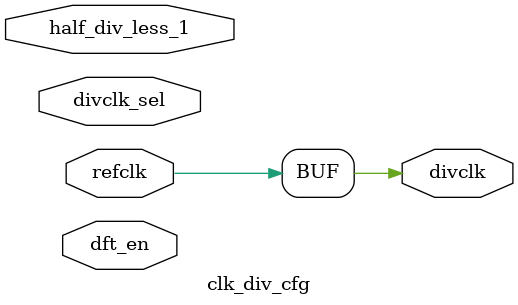
<source format=sv>

module clk_div_cfg #(
  parameter int MAX_DIV = 64,
  parameter int WITH_CLK_MUX = 1
) (
  input   logic                       refclk,
  input   logic [$clog2(MAX_DIV)-1:0] half_div_less_1,
  input   logic						  dft_en,
  input   logic                       divclk_sel, // 1 -> select divided clock, 0 -> select refclk
  output  logic                       divclk
  );


  assign divclk = refclk;


endmodule


</source>
